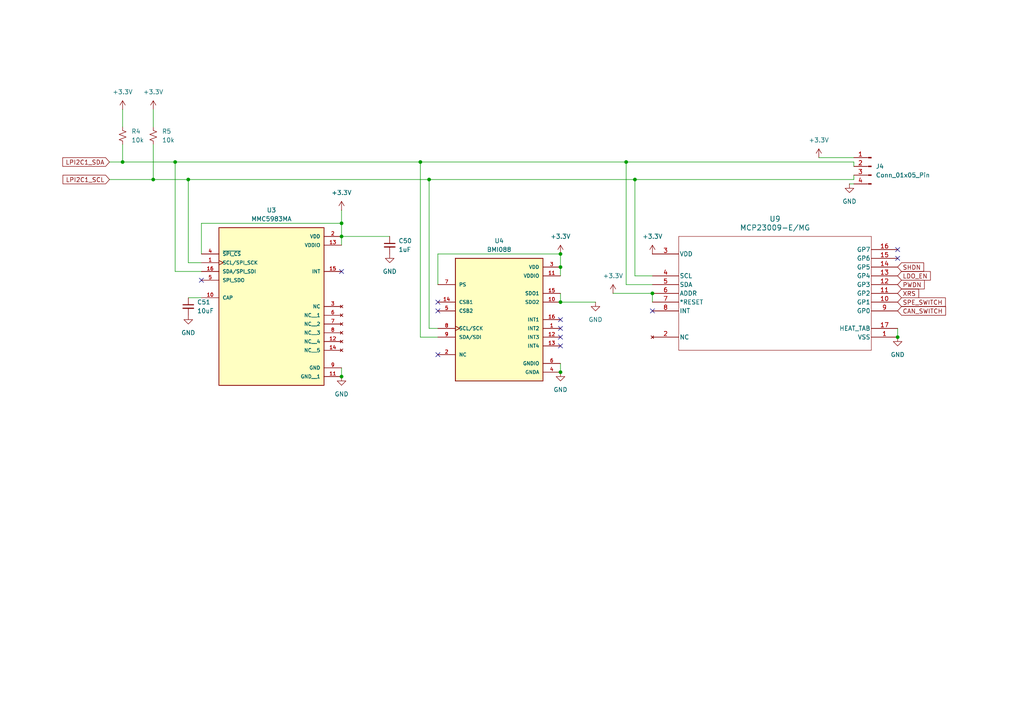
<source format=kicad_sch>
(kicad_sch (version 20231120) (generator "eeschema") (generator_version "8.0")
  (paper "A4")
  (title_block (title "RT1050 DevBoard for Project Horizon") (rev "v1") (company "Northeastern University") (comment 1 "Built by Madhav Kapa"))
  (lib_symbols
    (symbol "BMI088:BMI088" (pin_names (offset 1.016))
      (property "Reference" "U" (at -12.7 18.415 0))
      (property "Value" "BMI088" (at -12.7 -20.32 0))
      (symbol "BMI088_0_0"
        (rectangle (start -12.7 -17.78) (end 12.7 17.78) (stroke (width 0.254)) (fill (type background)))
        (pin bidirectional line (at 17.78 -2.54 180) (length 5.08) (name "INT2") (number "1"))
        (pin output line (at 17.78 5.08 180) (length 5.08) (name "SDO2") (number "10"))
        (pin power_in line (at 17.78 12.7 180) (length 5.08) (name "VDDIO") (number "11"))
        (pin bidirectional line (at 17.78 -5.08 180) (length 5.08) (name "INT3") (number "12"))
        (pin bidirectional line (at 17.78 -7.62 180) (length 5.08) (name "INT4") (number "13"))
        (pin input line (at -17.78 5.08 0) (length 5.08) (name "CSB1") (number "14"))
        (pin output line (at 17.78 7.62 180) (length 5.08) (name "SDO1") (number "15"))
        (pin bidirectional line (at 17.78 0 180) (length 5.08) (name "INT1") (number "16"))
        (pin passive line (at -17.78 -10.16 0) (length 5.08) (name "NC") (number "2"))
        (pin power_in line (at 17.78 15.24 180) (length 5.08) (name "VDD") (number "3"))
        (pin power_in line (at 17.78 -15.24 180) (length 5.08) (name "GNDA") (number "4"))
        (pin input line (at -17.78 2.54 0) (length 5.08) (name "CSB2") (number "5"))
        (pin power_in line (at 17.78 -12.7 180) (length 5.08) (name "GNDIO") (number "6"))
        (pin input line (at -17.78 10.16 0) (length 5.08) (name "PS") (number "7"))
        (pin input clock (at -17.78 -2.54 0) (length 5.08) (name "SCL/SCK") (number "8"))
        (pin bidirectional line (at -17.78 -5.08 0) (length 5.08) (name "SDA/SDI") (number "9"))
      )
    )
    (symbol "Connector:Conn_01x04_Pin" (pin_names (offset 1.016) hide)
      (property "Reference" "J" (at 0 5.08 0))
      (property "Value" "Conn_01x04_Pin" (at 0 -7.62 0))
      (symbol "Conn_01x04_Pin_1_1"
        (polyline (pts (xy 1.27 -5.08) (xy 0.8636 -5.08)) (stroke (width 0.1524)))
        (polyline (pts (xy 1.27 -2.54) (xy 0.8636 -2.54)) (stroke (width 0.1524)))
        (polyline (pts (xy 1.27 0) (xy 0.8636 0)) (stroke (width 0.1524)))
        (polyline (pts (xy 1.27 2.54) (xy 0.8636 2.54)) (stroke (width 0.1524)))
        (rectangle (start 0.8636 -4.953) (end 0 -5.207) (stroke (width 0.1524)) (fill (type outline)))
        (rectangle (start 0.8636 -2.413) (end 0 -2.667) (stroke (width 0.1524)) (fill (type outline)))
        (rectangle (start 0.8636 0.127) (end 0 -0.127) (stroke (width 0.1524)) (fill (type outline)))
        (rectangle (start 0.8636 2.667) (end 0 2.413) (stroke (width 0.1524)) (fill (type outline)))
        (pin passive line (at 5.08 2.54 180) (length 3.81) (name "Pin_1") (number "1"))
        (pin passive line (at 5.08 0 180) (length 3.81) (name "Pin_2") (number "2"))
        (pin passive line (at 5.08 -2.54 180) (length 3.81) (name "Pin_3") (number "3"))
        (pin passive line (at 5.08 -5.08 180) (length 3.81) (name "Pin_4") (number "4"))
      )
    )
    (symbol "Device:C_Small" (pin_numbers hide) (pin_names (offset 0.254) hide)
      (property "Reference" "C" (at 0.254 1.778 0))
      (property "Value" "C_Small" (at 0.254 -2.032 0))
      (symbol "C_Small_0_1"
        (polyline (pts (xy -1.524 -0.508) (xy 1.524 -0.508)) (stroke (width 0.3302)))
        (polyline (pts (xy -1.524 0.508) (xy 1.524 0.508)) (stroke (width 0.3048)))
      )
      (symbol "C_Small_1_1"
        (pin passive line (at 0 2.54 270) (length 2.032) (name "~") (number "1"))
        (pin passive line (at 0 -2.54 90) (length 2.032) (name "~") (number "2"))
      )
    )
    (symbol "Device:R_Small_US" (pin_numbers hide) (pin_names (offset 0.254) hide)
      (property "Reference" "R" (at 0.762 0.508 0))
      (property "Value" "R_Small_US" (at 0.762 -1.016 0))
      (symbol "R_Small_US_1_1"
        (polyline (pts (xy 0 0) (xy 1.016 -0.381) (xy 0 -0.762) (xy -1.016 -1.143) (xy 0 -1.524)))
        (polyline (pts (xy 0 1.524) (xy 1.016 1.143) (xy 0 0.762) (xy -1.016 0.381) (xy 0 0)))
        (pin passive line (at 0 2.54 270) (length 1.016) (name "~") (number "1"))
        (pin passive line (at 0 -2.54 90) (length 1.016) (name "~") (number "2"))
      )
    )
    (symbol "MCP23009-E:MCP23009-E_MG" (pin_names (offset 0.254))
      (property "Reference" "U" (at 35.56 10.16 0))
      (property "Value" "MCP23009-E/MG" (at 35.56 7.62 0))
      (symbol "MCP23009-E_MG_0_1"
        (polyline (pts (xy 7.62 -27.94) (xy 63.5 -27.94)) (stroke (width 0.127)))
        (polyline (pts (xy 7.62 5.08) (xy 7.62 -27.94)) (stroke (width 0.127)))
        (polyline (pts (xy 63.5 -27.94) (xy 63.5 5.08)) (stroke (width 0.127)))
        (polyline (pts (xy 63.5 5.08) (xy 7.62 5.08)) (stroke (width 0.127)))
        (pin power_in line (at 71.12 -24.13 180) (length 7.62) (name "VSS") (number "1"))
        (pin bidirectional line (at 71.12 -13.97 180) (length 7.62) (name "GP1") (number "10"))
        (pin bidirectional line (at 71.12 -11.43 180) (length 7.62) (name "GP2") (number "11"))
        (pin bidirectional line (at 71.12 -8.89 180) (length 7.62) (name "GP3") (number "12"))
        (pin bidirectional line (at 71.12 -6.35 180) (length 7.62) (name "GP4") (number "13"))
        (pin bidirectional line (at 71.12 -3.81 180) (length 7.62) (name "GP5") (number "14"))
        (pin bidirectional line (at 71.12 -1.27 180) (length 7.62) (name "GP6") (number "15"))
        (pin bidirectional line (at 71.12 1.27 180) (length 7.62) (name "GP7") (number "16"))
        (pin unspecified line (at 71.12 -21.59 180) (length 7.62) (name "HEAT_TAB") (number "17"))
        (pin no_connect line (at 0 -24.13 0) (length 7.62) (name "NC") (number "2"))
        (pin power_in line (at 0 0 0) (length 7.62) (name "VDD") (number "3"))
        (pin input line (at 0 -6.35 0) (length 7.62) (name "SCL") (number "4"))
        (pin bidirectional line (at 0 -8.89 0) (length 7.62) (name "SDA") (number "5"))
        (pin input line (at 0 -11.43 0) (length 7.62) (name "ADDR") (number "6"))
        (pin input line (at 0 -13.97 0) (length 7.62) (name "*RESET") (number "7"))
        (pin output line (at 0 -16.51 0) (length 7.62) (name "INT") (number "8"))
        (pin bidirectional line (at 71.12 -16.51 180) (length 7.62) (name "GP0") (number "9"))
      )
    )
    (symbol "MMC5983MA:MMC5983MA" (pin_names (offset 1.016))
      (property "Reference" "U" (at -15.24 15.24 0))
      (property "Value" "MMC5983MA" (at -15.24 -33.02 0))
      (symbol "MMC5983MA_0_0"
        (rectangle (start -15.24 -30.48) (end 15.24 15.24) (stroke (width 0.254)) (fill (type background)))
        (pin input clock (at -20.32 5.08 0) (length 5.08) (name "SCL/SPI_SCK") (number "1"))
        (pin passive line (at -20.32 -5.08 0) (length 5.08) (name "CAP") (number "10"))
        (pin power_in line (at 20.32 -27.94 180) (length 5.08) (name "GND__1") (number "11"))
        (pin no_connect line (at 20.32 -17.78 180) (length 5.08) (name "NC__4") (number "12"))
        (pin power_in line (at 20.32 10.16 180) (length 5.08) (name "VDDIO") (number "13"))
        (pin no_connect line (at 20.32 -20.32 180) (length 5.08) (name "NC__5") (number "14"))
        (pin output line (at 20.32 2.54 180) (length 5.08) (name "INT") (number "15"))
        (pin bidirectional line (at -20.32 2.54 0) (length 5.08) (name "SDA/SPI_SDI") (number "16"))
        (pin power_in line (at 20.32 12.7 180) (length 5.08) (name "VDD") (number "2"))
        (pin no_connect line (at 20.32 -7.62 180) (length 5.08) (name "NC") (number "3"))
        (pin input line (at -20.32 7.62 0) (length 5.08) (name "~{SPI_CS}") (number "4"))
        (pin output line (at -20.32 0 0) (length 5.08) (name "SPI_SDO") (number "5"))
        (pin no_connect line (at 20.32 -10.16 180) (length 5.08) (name "NC__1") (number "6"))
        (pin no_connect line (at 20.32 -12.7 180) (length 5.08) (name "NC__2") (number "7"))
        (pin no_connect line (at 20.32 -15.24 180) (length 5.08) (name "NC__3") (number "8"))
        (pin power_in line (at 20.32 -25.4 180) (length 5.08) (name "GND") (number "9"))
      )
    )
    (symbol "power:+3.3V" (power) (pin_numbers hide) (pin_names (offset 0) hide)
      (property "Value" "+3.3V" (at 0 3.556 0))
      (symbol "+3.3V_0_1"
        (polyline (pts (xy -0.762 1.27) (xy 0 2.54)))
        (polyline (pts (xy 0 0) (xy 0 2.54)))
        (polyline (pts (xy 0 2.54) (xy 0.762 1.27)))
      )
      (symbol "+3.3V_1_1"
        (pin power_in line (at 0 0 90) (length 0) (name "~") (number "1"))
      )
    )
    (symbol "power:GND" (power) (pin_numbers hide) (pin_names (offset 0) hide)
      (property "Value" "GND" (at 0 -3.81 0))
      (symbol "GND_0_1"
        (polyline (pts (xy 0 0) (xy 0 -1.27) (xy 1.27 -1.27) (xy 0 -2.54) (xy -1.27 -1.27) (xy 0 -1.27)))
      )
      (symbol "GND_1_1"
        (pin power_in line (at 0 0 270) (length 0) (name "~") (number "1"))
      )
    )
  )
  (junction (at 124.46 52.07))
  (junction (at 162.56 77.47))
  (junction (at 184.15 52.07))
  (junction (at 35.56 46.99))
  (junction (at 181.61 46.99))
  (junction (at 260.35 97.79))
  (junction (at 99.06 68.58))
  (junction (at 189.23 85.09))
  (junction (at 162.56 73.66))
  (junction (at 162.56 87.63))
  (junction (at 99.06 109.22))
  (junction (at 50.8 46.99))
  (junction (at 54.61 52.07))
  (junction (at 44.45 52.07))
  (junction (at 121.92 46.99))
  (junction (at 162.56 107.95))
  (junction (at 99.06 64.77))
  (no_connect (at 260.35 74.93))
  (no_connect (at 162.56 100.33))
  (no_connect (at 260.35 72.39))
  (no_connect (at 127 90.17))
  (no_connect (at 99.06 78.74))
  (no_connect (at 162.56 97.79))
  (no_connect (at 162.56 92.71))
  (no_connect (at 189.23 90.17))
  (no_connect (at 127 87.63))
  (no_connect (at 127 102.87))
  (no_connect (at 58.42 81.28))
  (no_connect (at 162.56 95.25))
  (wire (pts (xy 177.8 85.09) (xy 189.23 85.09)))
  (wire (pts (xy 99.06 64.77) (xy 99.06 68.58)))
  (wire (pts (xy 58.42 73.66) (xy 58.42 64.77)))
  (wire (pts (xy 189.23 80.01) (xy 184.15 80.01)))
  (wire (pts (xy 124.46 52.07) (xy 184.15 52.07)))
  (wire (pts (xy 181.61 46.99) (xy 247.65 46.99)))
  (wire (pts (xy 50.8 46.99) (xy 121.92 46.99)))
  (wire (pts (xy 44.45 31.75) (xy 44.45 36.83)))
  (wire (pts (xy 181.61 82.55) (xy 181.61 46.99)))
  (wire (pts (xy 99.06 68.58) (xy 113.03 68.58)))
  (wire (pts (xy 58.42 64.77) (xy 99.06 64.77)))
  (wire (pts (xy 260.35 95.25) (xy 260.35 97.79)))
  (wire (pts (xy 162.56 85.09) (xy 162.56 87.63)))
  (wire (pts (xy 247.65 52.07) (xy 247.65 50.8)))
  (wire (pts (xy 184.15 52.07) (xy 247.65 52.07)))
  (wire (pts (xy 54.61 52.07) (xy 124.46 52.07)))
  (wire (pts (xy 58.42 76.2) (xy 54.61 76.2)))
  (wire (pts (xy 99.06 68.58) (xy 99.06 71.12)))
  (wire (pts (xy 162.56 73.66) (xy 162.56 77.47)))
  (wire (pts (xy 162.56 77.47) (xy 162.56 80.01)))
  (wire (pts (xy 50.8 78.74) (xy 50.8 46.99)))
  (wire (pts (xy 162.56 105.41) (xy 162.56 107.95)))
  (wire (pts (xy 35.56 41.91) (xy 35.56 46.99)))
  (wire (pts (xy 189.23 85.09) (xy 189.23 87.63)))
  (wire (pts (xy 127 95.25) (xy 124.46 95.25)))
  (wire (pts (xy 35.56 46.99) (xy 50.8 46.99)))
  (wire (pts (xy 99.06 106.68) (xy 99.06 109.22)))
  (wire (pts (xy 124.46 95.25) (xy 124.46 52.07)))
  (wire (pts (xy 189.23 82.55) (xy 181.61 82.55)))
  (wire (pts (xy 184.15 80.01) (xy 184.15 52.07)))
  (wire (pts (xy 44.45 52.07) (xy 54.61 52.07)))
  (wire (pts (xy 247.65 46.99) (xy 247.65 48.26)))
  (wire (pts (xy 54.61 76.2) (xy 54.61 52.07)))
  (wire (pts (xy 121.92 46.99) (xy 181.61 46.99)))
  (wire (pts (xy 35.56 31.75) (xy 35.56 36.83)))
  (wire (pts (xy 127 73.66) (xy 162.56 73.66)))
  (wire (pts (xy 31.75 52.07) (xy 44.45 52.07)))
  (wire (pts (xy 54.61 86.36) (xy 58.42 86.36)))
  (wire (pts (xy 58.42 78.74) (xy 50.8 78.74)))
  (wire (pts (xy 237.49 45.72) (xy 247.65 45.72)))
  (wire (pts (xy 31.75 46.99) (xy 35.56 46.99)))
  (wire (pts (xy 246.38 53.34) (xy 247.65 53.34)))
  (wire (pts (xy 127 82.55) (xy 127 73.66)))
  (wire (pts (xy 127 97.79) (xy 121.92 97.79)))
  (wire (pts (xy 162.56 87.63) (xy 172.72 87.63)))
  (wire (pts (xy 121.92 46.99) (xy 121.92 97.79)))
  (wire (pts (xy 99.06 60.96) (xy 99.06 64.77)))
  (wire (pts (xy 44.45 41.91) (xy 44.45 52.07)))
  (global_label "SPE_SWITCH" (shape input) (at 260.35 87.63 0) (property "Intersheetrefs" "${INTERSHEET_REFS}" (effects (hide yes))))
  (global_label "CAN_SWITCH" (shape input) (at 260.35 90.17 0) (property "Intersheetrefs" "${INTERSHEET_REFS}" (effects (hide yes))))
  (global_label "LPI2C1_SCL" (shape input) (at 31.75 52.07 180) (property "Intersheetrefs" "${INTERSHEET_REFS}" (effects (hide yes))))
  (global_label "XRS" (shape input) (at 260.35 85.09 0) (property "Intersheetrefs" "${INTERSHEET_REFS}" (effects (hide yes))))
  (global_label "PWDN" (shape input) (at 260.35 82.55 0) (property "Intersheetrefs" "${INTERSHEET_REFS}" (effects (hide yes))))
  (global_label "LDO_EN" (shape input) (at 260.35 80.01 0) (property "Intersheetrefs" "${INTERSHEET_REFS}" (effects (hide yes))))
  (global_label "SHDN" (shape input) (at 260.35 77.47 0) (property "Intersheetrefs" "${INTERSHEET_REFS}" (effects (hide yes))))
  (global_label "LPI2C1_SDA" (shape input) (at 31.75 46.99 180) (property "Intersheetrefs" "${INTERSHEET_REFS}" (effects (hide yes))))
  (symbol (lib_id "power:+3.3V") (at 35.56 31.75 0) (unit 1)
    (property "Reference" "#PWR039" (effects (hide yes)))
    (property "Value" "+3.3V" (at 35.56 26.67 0))
    (property "Description" "Power symbol creates a global label with name \"+3.3V\"" (effects (hide yes)))
  )
  (symbol (lib_id "MCP23009-E:MCP23009-E_MG") (at 189.23 73.66 0) (unit 1)
    (property "Reference" "U9" (at 224.79 63.5 0) (effects (font (size 1.524 1.524))))
    (property "Value" "MCP23009-E/MG" (at 224.79 66.04 0) (effects (font (size 1.524 1.524))))
    (property "Footprint" "QFN16_3x3MC_MCH" (effects (hide yes)))
    (property "Datasheet" "MCP23009-E/MG" (effects (hide yes)))
  )
  (symbol (lib_id "power:+3.3V") (at 44.45 31.75 0) (unit 1)
    (property "Reference" "#PWR040" (effects (hide yes)))
    (property "Value" "+3.3V" (at 44.45 26.67 0))
    (property "Description" "Power symbol creates a global label with name \"+3.3V\"" (effects (hide yes)))
  )
  (symbol (lib_id "Device:C_Small") (at 54.61 88.9 0) (unit 1)
    (property "Reference" "C51" (at 57.15 87.6362 0) (effects (justify left)))
    (property "Value" "10uF" (at 57.15 90.1762 0) (effects (justify left)))
    (property "Footprint" "Capacitor_SMD:C_0201_0603Metric" (effects (hide yes)))
    (property "Description" "Unpolarized capacitor, small symbol" (effects (hide yes)))
  )
  (symbol (lib_id "Device:R_Small_US") (at 35.56 39.37 0) (unit 1)
    (property "Reference" "R4" (at 38.1 38.0999 0) (effects (justify left)))
    (property "Value" "10k" (at 38.1 40.6399 0) (effects (justify left)))
    (property "Footprint" "Resistor_SMD:R_0402_1005Metric" (effects (hide yes)))
    (property "Description" "Resistor, small US symbol" (effects (hide yes)))
  )
  (symbol (lib_id "MMC5983MA:MMC5983MA") (at 78.74 81.28 0) (unit 1)
    (property "Reference" "U3" (at 78.74 60.96 0))
    (property "Value" "MMC5983MA" (at 78.74 63.5 0))
    (property "Footprint" "footprints:PQFN50P300X300X100-16N" (effects (hide yes)))
    (property "PARTREV" "A" (effects (hide yes)))
    (property "STANDARD" "IPC 7351B" (effects (hide yes)))
    (property "MAXIMUM_PACKAGE_HEIGHT" "1.00 mm" (effects (hide yes)))
    (property "MANUFACTURER" "Memsic Inc." (effects (hide yes)))
  )
  (symbol (lib_id "power:GND") (at 99.06 109.22 0) (unit 1)
    (property "Reference" "#PWR044" (effects (hide yes)))
    (property "Value" "GND" (at 99.06 114.3 0))
    (property "Description" "Power symbol creates a global label with name \"GND\" , ground" (effects (hide yes)))
  )
  (symbol (lib_id "power:GND") (at 246.38 53.34 0) (unit 1)
    (property "Reference" "#PWR081" (effects (hide yes)))
    (property "Value" "GND" (at 246.38 58.42 0))
    (property "Description" "Power symbol creates a global label with name \"GND\" , ground" (effects (hide yes)))
  )
  (symbol (lib_id "power:GND") (at 162.56 107.95 0) (unit 1)
    (property "Reference" "#PWR046" (effects (hide yes)))
    (property "Value" "GND" (at 162.56 113.03 0))
    (property "Description" "Power symbol creates a global label with name \"GND\" , ground" (effects (hide yes)))
  )
  (symbol (lib_id "BMI088:BMI088") (at 144.78 92.71 0) (unit 1)
    (property "Reference" "U4" (at 144.78 69.85 0))
    (property "Value" "BMI088" (at 144.78 72.39 0))
    (property "Footprint" "footprints:PQFN50P450X300X100-16N" (effects (hide yes)))
    (property "MF" "Bosch Sensortec" (effects (hide yes)))
    (property "PURCHASE-URL" "https://pricing.snapeda.com/search/part/BMI088/?ref=eda" (effects (hide yes)))
    (property "PACKAGE" "VFLGA-16 Bosch Sensortec" (effects (hide yes)))
    (property "PRICE" "None" (effects (hide yes)))
    (property "MP" "BMI088" (effects (hide yes)))
    (property "AVAILABILITY" "In Stock" (effects (hide yes)))
    (property "DESCRIPTION" "Accelerometer, Gyroscope, 6 Axis Sensor I²C, SPI Output" (effects (hide yes)))
  )
  (symbol (lib_id "power:+3.3V") (at 237.49 45.72 0) (unit 1)
    (property "Reference" "#PWR079" (effects (hide yes)))
    (property "Value" "+3.3V" (at 237.49 40.64 0))
    (property "Description" "Power symbol creates a global label with name \"+3.3V\"" (effects (hide yes)))
  )
  (symbol (lib_id "Device:R_Small_US") (at 44.45 39.37 0) (unit 1)
    (property "Reference" "R5" (at 46.99 38.0999 0) (effects (justify left)))
    (property "Value" "10k" (at 46.99 40.6399 0) (effects (justify left)))
    (property "Footprint" "Resistor_SMD:R_0402_1005Metric" (effects (hide yes)))
    (property "Description" "Resistor, small US symbol" (effects (hide yes)))
  )
  (symbol (lib_id "power:+3.3V") (at 162.56 73.66 0) (unit 1)
    (property "Reference" "#PWR045" (effects (hide yes)))
    (property "Value" "+3.3V" (at 162.56 68.58 0))
    (property "Description" "Power symbol creates a global label with name \"+3.3V\"" (effects (hide yes)))
  )
  (symbol (lib_id "Device:C_Small") (at 113.03 71.12 0) (unit 1)
    (property "Reference" "C50" (at 115.57 69.8562 0) (effects (justify left)))
    (property "Value" "1uF" (at 115.57 72.3962 0) (effects (justify left)))
    (property "Footprint" "Capacitor_SMD:C_0201_0603Metric" (effects (hide yes)))
    (property "Description" "Unpolarized capacitor, small symbol" (effects (hide yes)))
  )
  (symbol (lib_id "Connector:Conn_01x04_Pin") (at 252.73 48.26 0) (mirror y) (unit 1)
    (property "Reference" "J4" (at 254 48.2599 0) (effects (justify right)))
    (property "Value" "Conn_01x05_Pin" (at 254 50.7999 0) (effects (justify right)))
    (property "Footprint" "Connector_PinHeader_2.00mm:PinHeader_1x04_P2.00mm_Vertical" (effects (hide yes)))
    (property "Description" "Generic connector, single row, 01x04, script generated" (effects (hide yes)))
  )
  (symbol (lib_id "power:GND") (at 172.72 87.63 0) (unit 1)
    (property "Reference" "#PWR047" (effects (hide yes)))
    (property "Value" "GND" (at 172.72 92.71 0))
    (property "Description" "Power symbol creates a global label with name \"GND\" , ground" (effects (hide yes)))
  )
  (symbol (lib_id "power:+3.3V") (at 177.8 85.09 0) (unit 1)
    (property "Reference" "#PWR062" (effects (hide yes)))
    (property "Value" "+3.3V" (at 177.8 80.01 0))
    (property "Description" "Power symbol creates a global label with name \"+3.3V\"" (effects (hide yes)))
  )
  (symbol (lib_id "power:+3.3V") (at 99.06 60.96 0) (unit 1)
    (property "Reference" "#PWR041" (effects (hide yes)))
    (property "Value" "+3.3V" (at 99.06 55.88 0))
    (property "Description" "Power symbol creates a global label with name \"+3.3V\"" (effects (hide yes)))
  )
  (symbol (lib_id "power:GND") (at 54.61 91.44 0) (unit 1)
    (property "Reference" "#PWR043" (effects (hide yes)))
    (property "Value" "GND" (at 54.61 96.52 0))
    (property "Description" "Power symbol creates a global label with name \"GND\" , ground" (effects (hide yes)))
  )
  (symbol (lib_id "power:GND") (at 113.03 73.66 0) (unit 1)
    (property "Reference" "#PWR042" (effects (hide yes)))
    (property "Value" "GND" (at 113.03 78.74 0))
    (property "Description" "Power symbol creates a global label with name \"GND\" , ground" (effects (hide yes)))
  )
  (symbol (lib_id "power:GND") (at 260.35 97.79 0) (unit 1)
    (property "Reference" "#PWR087" (effects (hide yes)))
    (property "Value" "GND" (at 260.35 102.87 0))
    (property "Description" "Power symbol creates a global label with name \"GND\" , ground" (effects (hide yes)))
  )
  (symbol (lib_id "power:+3.3V") (at 189.23 73.66 0) (unit 1)
    (property "Reference" "#PWR061" (effects (hide yes)))
    (property "Value" "+3.3V" (at 189.23 68.58 0))
    (property "Description" "Power symbol creates a global label with name \"+3.3V\"" (effects (hide yes)))
  )
)
</source>
